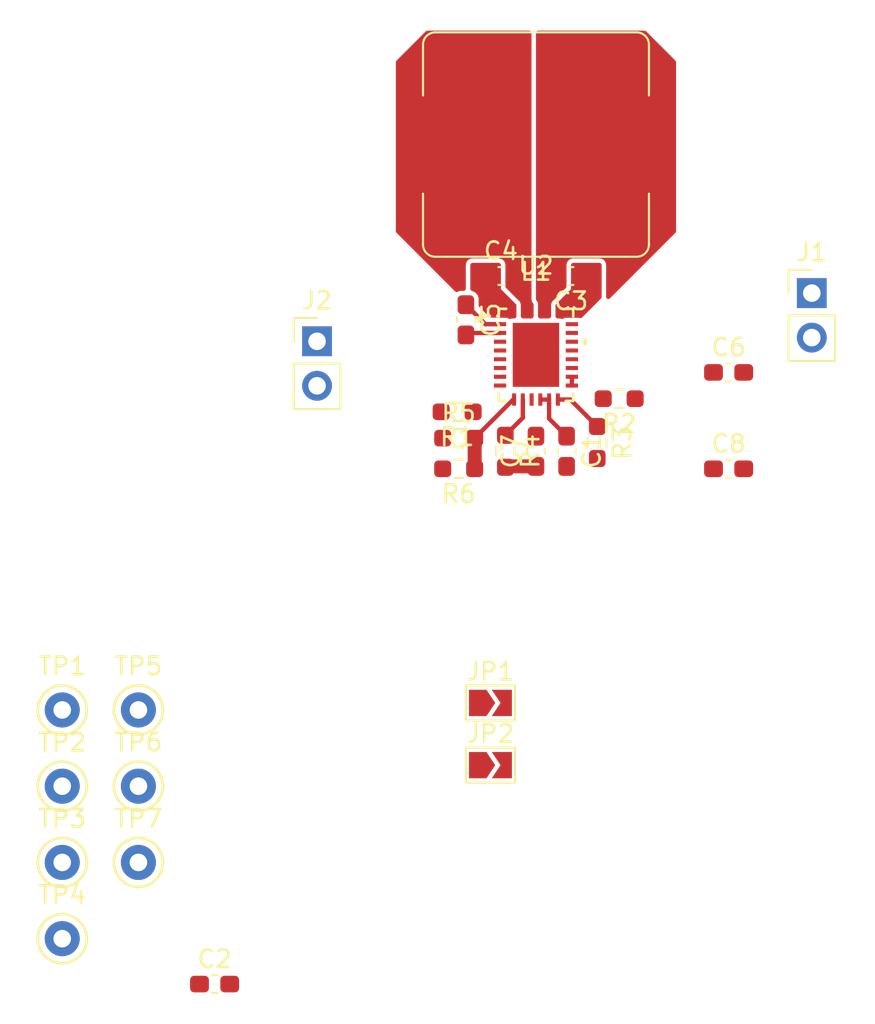
<source format=kicad_pcb>
(kicad_pcb (version 20221018) (generator pcbnew)
  (layers (0 "F.Cu" signal) (31 "B.Cu" signal) (34 "B.Paste" user) (35 "F.Paste" user) (36 "B.SilkS" user "B.Silkscreen") (37 "F.SilkS" user "F.Silkscreen") (38 "B.Mask" user) (39 "F.Mask" user) (44 "Edge.Cuts" user))
  (net 0 "")
  (net 1 "Net-(U2-MPCC)")
  (net 2 "GND")
  (net 3 "Net-(U2-EN{slash}UVLO)")
  (net 4 "Net-(U2-BST1)")
  (net 5 "Net-(C3-Pad2)")
  (net 6 "Net-(U2-BST2)")
  (net 7 "Net-(C4-Pad2)")
  (net 8 "Net-(U2-BST3)")
  (net 9 "Net-(J1-Pin_1)")
  (net 10 "Net-(C7-Pad1)")
  (net 11 "+BATT")
  (net 12 "+3V3")
  (net 13 "Net-(JP1-B)")
  (net 14 "Net-(U2-PROG)")
  (net 15 "Net-(U2-RT)")
  (net 16 "Net-(U2-VC)")
  (net 17 "Net-(U2-FB)")
  (net 18 "Net-(U2-PGOOD)")
  (footprint "TestPoint:TestPoint_Keystone_5000-5004_Miniature" (layer "F.Cu") (at 119.8 96.61)
    (fp_text reference "TP6" (at 0 -2.5) (layer "F.SilkS"))
    (fp_text value "TestPoint")
    (fp_circle (center 0 0) (end 1.4 0) (stroke (width 0.15)) (fill none) (layer "F.SilkS"))
    (pad "1" thru_hole circle (at 0 0) (size 2 2) (drill 1) (layers "*.Cu" "*.Mask") (net 9 "Net-(J1-Pin_1)"))
  )
  (footprint "Connector_PinHeader_2.54mm:PinHeader_1x02_P2.54mm_Vertical" (layer "F.Cu") (at 130 71.225)
    (fp_text reference "J2" (at 0 -2.33) (layer "F.SilkS"))
    (fp_text value "Power Input")
    (fp_line (start -1.33 -1.33) (end 0 -1.33) (stroke (width 0.12)) (layer "F.SilkS"))
    (fp_line (start -1.33 0) (end -1.33 -1.33) (stroke (width 0.12)) (layer "F.SilkS"))
    (fp_line (start -1.33 1.27) (end -1.33 3.87) (stroke (width 0.12)) (layer "F.SilkS"))
    (fp_line (start -1.33 1.27) (end 1.33 1.27) (stroke (width 0.12)) (layer "F.SilkS"))
    (fp_line (start -1.33 3.87) (end 1.33 3.87) (stroke (width 0.12)) (layer "F.SilkS"))
    (fp_line (start 1.33 1.27) (end 1.33 3.87) (stroke (width 0.12)) (layer "F.SilkS"))
    (pad "1" thru_hole rect (at 0 0) (size 1.7 1.7) (drill 1) (layers "*.Cu" "*.Mask") (net 11 "+BATT"))
    (pad "2" thru_hole oval (at 0 2.54) (size 1.7 1.7) (drill 1) (layers "*.Cu" "*.Mask") (net 2 "GND"))
  )
  (footprint "Capacitor_SMD:C_0603_1608Metric_Pad1.08x0.95mm_HandSolder" (layer "F.Cu") (at 144.5 67.5 180)
    (fp_text reference "C3" (at 0 -1.43) (layer "F.SilkS"))
    (fp_text value "220nF")
    (fp_line (start -0.146267 -0.51) (end 0.146267 -0.51) (stroke (width 0.12)) (layer "F.SilkS"))
    (fp_line (start -0.146267 0.51) (end 0.146267 0.51) (stroke (width 0.12)) (layer "F.SilkS"))
    (pad "1" smd roundrect (at -0.8625 0 180) (size 1.075 0.95) (layers "F.Cu" "F.Paste" "F.Mask") (net 4 "Net-(U2-BST1)"))
    (pad "2" smd roundrect (at 0.8625 0 180) (size 1.075 0.95) (layers "F.Cu" "F.Paste" "F.Mask") (net 5 "Net-(C3-Pad2)"))
  )
  (footprint "Capacitor_SMD:C_0603_1608Metric_Pad1.08x0.95mm_HandSolder" (layer "F.Cu") (at 138.5 70 -90)
    (fp_text reference "C5" (at 0 -1.43 90) (layer "F.SilkS"))
    (fp_text value "22nF")
    (fp_line (start -0.146267 -0.51) (end 0.146267 -0.51) (stroke (width 0.12)) (layer "F.SilkS"))
    (fp_line (start -0.146267 0.51) (end 0.146267 0.51) (stroke (width 0.12)) (layer "F.SilkS"))
    (pad "1" smd roundrect (at -0.8625 0 270) (size 1.075 0.95) (layers "F.Cu" "F.Paste" "F.Mask") (net 8 "Net-(U2-BST3)"))
    (pad "2" smd roundrect (at 0.8625 0 270) (size 1.075 0.95) (layers "F.Cu" "F.Paste" "F.Mask") (net 9 "Net-(J1-Pin_1)"))
  )
  (footprint "TestPoint:TestPoint_Keystone_5000-5004_Miniature" (layer "F.Cu") (at 115.45 92.26)
    (fp_text reference "TP1" (at 0 -2.5) (layer "F.SilkS"))
    (fp_text value "TestPoint")
    (fp_circle (center 0 0) (end 1.4 0) (stroke (width 0.15)) (fill none) (layer "F.SilkS"))
    (pad "1" thru_hole circle (at 0 0) (size 2 2) (drill 1) (layers "*.Cu" "*.Mask") (net 18 "Net-(U2-PGOOD)"))
  )
  (footprint "Capacitor_SMD:C_0603_1608Metric_Pad1.08x0.95mm_HandSolder" (layer "F.Cu") (at 153.5 78.5)
    (fp_text reference "C8" (at 0 -1.43) (layer "F.SilkS"))
    (fp_text value "22uF")
    (fp_line (start -0.146267 -0.51) (end 0.146267 -0.51) (stroke (width 0.12)) (layer "F.SilkS"))
    (fp_line (start -0.146267 0.51) (end 0.146267 0.51) (stroke (width 0.12)) (layer "F.SilkS"))
    (pad "1" smd roundrect (at -0.8625 0) (size 1.075 0.95) (layers "F.Cu" "F.Paste" "F.Mask") (net 9 "Net-(J1-Pin_1)"))
    (pad "2" smd roundrect (at 0.8625 0) (size 1.075 0.95) (layers "F.Cu" "F.Paste" "F.Mask") (net 2 "GND"))
  )
  (footprint "TestPoint:TestPoint_Keystone_5000-5004_Miniature" (layer "F.Cu") (at 119.8 100.96)
    (fp_text reference "TP7" (at 0 -2.5) (layer "F.SilkS"))
    (fp_text value "TestPoint")
    (fp_circle (center 0 0) (end 1.4 0) (stroke (width 0.15)) (fill none) (layer "F.SilkS"))
    (pad "1" thru_hole circle (at 0 0) (size 2 2) (drill 1) (layers "*.Cu" "*.Mask") (net 13 "Net-(JP1-B)"))
  )
  (footprint "Jumper:SolderJumper-2_P1.3mm_Open_TrianglePad1.0x1.5mm" (layer "F.Cu") (at 139.9 95.41)
    (fp_text reference "JP2" (at 0 -1.8) (layer "F.SilkS"))
    (fp_text value "SolderJumper_2_Open")
    (fp_line (start -1.4 -1) (end 1.4 -1) (stroke (width 0.12)) (layer "F.SilkS"))
    (fp_line (start -1.4 1) (end -1.4 -1) (stroke (width 0.12)) (layer "F.SilkS"))
    (fp_line (start 1.4 -1) (end 1.4 1) (stroke (width 0.12)) (layer "F.SilkS"))
    (fp_line (start 1.4 1) (end -1.4 1) (stroke (width 0.12)) (layer "F.SilkS"))
    (pad "1" smd custom (at -0.725 0) (size 0.3 0.3) (layers "F.Cu" "F.Mask") (net 11 "+BATT") (options (clearance outline) (anchor rect)) (primitives (gr_poly (pts (xy 1 0) (xy 0.5 0.75) (xy -0.5 0.75) (xy -0.5 -0.75) (xy 0.5 -0.75)) (width 0) (fill yes))))
    (pad "2" smd custom (at 0.725 0) (size 0.3 0.3) (layers "F.Cu" "F.Mask") (net 13 "Net-(JP1-B)") (options (clearance outline) (anchor rect)) (primitives (gr_poly (pts (xy 0.5 0.75) (xy -0.65 0.75) (xy -0.15 0) (xy -0.65 -0.75) (xy 0.5 -0.75)) (width 0) (fill yes))))
  )
  (footprint "Resistor_SMD:R_0603_1608Metric_Pad0.98x0.95mm_HandSolder" (layer "F.Cu") (at 146 77 -90)
    (fp_text reference "R3" (at 0 -1.43 90) (layer "F.SilkS"))
    (fp_text value "75k")
    (fp_line (start -0.254724 -0.5225) (end 0.254724 -0.5225) (stroke (width 0.12)) (layer "F.SilkS"))
    (fp_line (start -0.254724 0.5225) (end 0.254724 0.5225) (stroke (width 0.12)) (layer "F.SilkS"))
    (pad "1" smd roundrect (at -0.9125 0 270) (size 0.975 0.95) (layers "F.Cu" "F.Paste" "F.Mask") (net 15 "Net-(U2-RT)"))
    (pad "2" smd roundrect (at 0.9125 0 270) (size 0.975 0.95) (layers "F.Cu" "F.Paste" "F.Mask") (net 2 "GND"))
  )
  (footprint "Capacitor_SMD:C_0603_1608Metric_Pad1.08x0.95mm_HandSolder" (layer "F.Cu") (at 153.5 73)
    (fp_text reference "C6" (at 0 -1.43) (layer "F.SilkS"))
    (fp_text value "22uF")
    (fp_line (start -0.146267 -0.51) (end 0.146267 -0.51) (stroke (width 0.12)) (layer "F.SilkS"))
    (fp_line (start -0.146267 0.51) (end 0.146267 0.51) (stroke (width 0.12)) (layer "F.SilkS"))
    (pad "1" smd roundrect (at -0.8625 0) (size 1.075 0.95) (layers "F.Cu" "F.Paste" "F.Mask") (net 9 "Net-(J1-Pin_1)"))
    (pad "2" smd roundrect (at 0.8625 0) (size 1.075 0.95) (layers "F.Cu" "F.Paste" "F.Mask") (net 2 "GND"))
  )
  (footprint "Capacitor_SMD:C_0603_1608Metric_Pad1.08x0.95mm_HandSolder" (layer "F.Cu") (at 144.25 77.5 -90)
    (fp_text reference "C1" (at 0 -1.43 90) (layer "F.SilkS"))
    (fp_text value "4.7uF")
    (fp_line (start -0.146267 -0.51) (end 0.146267 -0.51) (stroke (width 0.12)) (layer "F.SilkS"))
    (fp_line (start -0.146267 0.51) (end 0.146267 0.51) (stroke (width 0.12)) (layer "F.SilkS"))
    (pad "1" smd roundrect (at -0.8625 0 270) (size 1.075 0.95) (layers "F.Cu" "F.Paste" "F.Mask") (net 1 "Net-(U2-MPCC)"))
    (pad "2" smd roundrect (at 0.8625 0 270) (size 1.075 0.95) (layers "F.Cu" "F.Paste" "F.Mask") (net 2 "GND"))
  )
  (footprint "Resistor_SMD:R_0603_1608Metric_Pad0.98x0.95mm_HandSolder" (layer "F.Cu") (at 138.0875 76.75)
    (fp_text reference "R5" (at 0 -1.43) (layer "F.SilkS"))
    (fp_text value "154k")
    (fp_line (start -0.254724 -0.5225) (end 0.254724 -0.5225) (stroke (width 0.12)) (layer "F.SilkS"))
    (fp_line (start -0.254724 0.5225) (end 0.254724 0.5225) (stroke (width 0.12)) (layer "F.SilkS"))
    (pad "1" smd roundrect (at -0.9125 0) (size 0.975 0.95) (layers "F.Cu" "F.Paste" "F.Mask") (net 9 "Net-(J1-Pin_1)"))
    (pad "2" smd roundrect (at 0.9125 0) (size 0.975 0.95) (layers "F.Cu" "F.Paste" "F.Mask") (net 17 "Net-(U2-FB)"))
  )
  (footprint "Resistor_SMD:R_0603_1608Metric_Pad0.98x0.95mm_HandSolder" (layer "F.Cu") (at 147.25 74.5 180)
    (fp_text reference "R2" (at 0 -1.43) (layer "F.SilkS"))
    (fp_text value "5m")
    (fp_line (start -0.254724 -0.5225) (end 0.254724 -0.5225) (stroke (width 0.12)) (layer "F.SilkS"))
    (fp_line (start -0.254724 0.5225) (end 0.254724 0.5225) (stroke (width 0.12)) (layer "F.SilkS"))
    (pad "1" smd roundrect (at -0.9125 0 180) (size 0.975 0.95) (layers "F.Cu" "F.Paste" "F.Mask") (net 11 "+BATT"))
    (pad "2" smd roundrect (at 0.9125 0 180) (size 0.975 0.95) (layers "F.Cu" "F.Paste" "F.Mask") (net 3 "Net-(U2-EN{slash}UVLO)"))
  )
  (footprint "BPP_Lib:L_Bourns_SRP1265A" (layer "F.Cu") (at 142.5 60 180)
    (fp_text reference "L1" (at 0 -7.25) (layer "F.SilkS"))
    (fp_text value "3.3uH")
    (fp_line (start -6.45 -5.75) (end -6.45 -2.8) (stroke (width 0.12)) (layer "F.SilkS"))
    (fp_line (start -6.45 2.8) (end -6.45 5.7) (stroke (width 0.12)) (layer "F.SilkS"))
    (fp_line (start -5.75 -6.4) (end 5.75 -6.4) (stroke (width 0.12)) (layer "F.SilkS"))
    (fp_line (start 5.75 6.4) (end -5.75 6.4) (stroke (width 0.12)) (layer "F.SilkS"))
    (fp_line (start 6.45 -5.7) (end 6.45 -2.8) (stroke (width 0.12)) (layer "F.SilkS"))
    (fp_line (start 6.45 2.8) (end 6.45 5.7) (stroke (width 0.12)) (layer "F.SilkS"))
    (fp_arc (start -6.45 -5.7) (mid -6.244975 -6.194975) (end -5.75 -6.4) (stroke (width 0.12)) (layer "F.SilkS"))
    (fp_arc (start -5.75 6.4) (mid -6.244975 6.194975) (end -6.45 5.7) (stroke (width 0.12)) (layer "F.SilkS"))
    (fp_arc (start 5.75 -6.4) (mid 6.244975 -6.194975) (end 6.45 -5.7) (stroke (width 0.12)) (layer "F.SilkS"))
    (fp_arc (start 6.45 5.7) (mid 6.244975 6.194975) (end 5.75 6.4) (stroke (width 0.12)) (layer "F.SilkS"))
    (pad "1" smd rect (at -5.55 0 180) (size 3.1 5) (layers "F.Cu" "F.Paste" "F.Mask") (net 5 "Net-(C3-Pad2)"))
    (pad "2" smd rect (at 5.55 0 180) (size 3.1 5) (layers "F.Cu" "F.Paste" "F.Mask") (net 7 "Net-(C4-Pad2)"))
  )
  (footprint "TestPoint:TestPoint_Keystone_5000-5004_Miniature" (layer "F.Cu") (at 115.45 105.31)
    (fp_text reference "TP4" (at 0 -2.5) (layer "F.SilkS"))
    (fp_text value "TestPoint")
    (fp_circle (center 0 0) (end 1.4 0) (stroke (width 0.15)) (fill none) (layer "F.SilkS"))
    (pad "1" thru_hole circle (at 0 0) (size 2 2) (drill 1) (layers "*.Cu" "*.Mask") (net 1 "Net-(U2-MPCC)"))
  )
  (footprint "Resistor_SMD:R_0603_1608Metric_Pad0.98x0.95mm_HandSolder" (layer "F.Cu") (at 138.0875 78.5 180)
    (fp_text reference "R6" (at 0 -1.43) (layer "F.SilkS"))
    (fp_text value "154k")
    (fp_line (start -0.254724 -0.5225) (end 0.254724 -0.5225) (stroke (width 0.12)) (layer "F.SilkS"))
    (fp_line (start -0.254724 0.5225) (end 0.254724 0.5225) (stroke (width 0.12)) (layer "F.SilkS"))
    (pad "1" smd roundrect (at -0.9125 0 180) (size 0.975 0.95) (layers "F.Cu" "F.Paste" "F.Mask") (net 17 "Net-(U2-FB)"))
    (pad "2" smd roundrect (at 0.9125 0 180) (size 0.975 0.95) (layers "F.Cu" "F.Paste" "F.Mask") (net 2 "GND"))
  )
  (footprint "TestPoint:TestPoint_Keystone_5000-5004_Miniature" (layer "F.Cu") (at 119.8 92.26)
    (fp_text reference "TP5" (at 0 -2.5) (layer "F.SilkS"))
    (fp_text value "TestPoint")
    (fp_circle (center 0 0) (end 1.4 0) (stroke (width 0.15)) (fill none) (layer "F.SilkS"))
    (pad "1" thru_hole circle (at 0 0) (size 2 2) (drill 1) (layers "*.Cu" "*.Mask") (net 16 "Net-(U2-VC)"))
  )
  (footprint "TestPoint:TestPoint_Keystone_5000-5004_Miniature" (layer "F.Cu") (at 115.45 100.96)
    (fp_text reference "TP3" (at 0 -2.5) (layer "F.SilkS"))
    (fp_text value "TestPoint")
    (fp_circle (center 0 0) (end 1.4 0) (stroke (width 0.15)) (fill none) (layer "F.SilkS"))
    (pad "1" thru_hole circle (at 0 0) (size 2 2) (drill 1) (layers "*.Cu" "*.Mask") (net 3 "Net-(U2-EN{slash}UVLO)"))
  )
  (footprint "Capacitor_SMD:C_0603_1608Metric_Pad1.08x0.95mm_HandSolder" (layer "F.Cu") (at 142.5 77.5 90)
    (fp_text reference "C7" (at 0 -1.43 90) (layer "F.SilkS"))
    (fp_text value "680p")
    (fp_line (start -0.146267 -0.51) (end 0.146267 -0.51) (stroke (width 0.12)) (layer "F.SilkS"))
    (fp_line (start -0.146267 0.51) (end 0.146267 0.51) (stroke (width 0.12)) (layer "F.SilkS"))
    (pad "1" smd roundrect (at -0.8625 0 90) (size 1.075 0.95) (layers "F.Cu" "F.Paste" "F.Mask") (net 10 "Net-(C7-Pad1)"))
    (pad "2" smd roundrect (at 0.8625 0 90) (size 1.075 0.95) (layers "F.Cu" "F.Paste" "F.Mask") (net 2 "GND"))
  )
  (footprint "Capacitor_SMD:C_0603_1608Metric_Pad1.08x0.95mm_HandSolder" (layer "F.Cu") (at 124.15 107.9)
    (fp_text reference "C2" (at 0 -1.43) (layer "F.SilkS"))
    (fp_text value "10uF")
    (fp_line (start -0.146267 -0.51) (end 0.146267 -0.51) (stroke (width 0.12)) (layer "F.SilkS"))
    (fp_line (start -0.146267 0.51) (end 0.146267 0.51) (stroke (width 0.12)) (layer "F.SilkS"))
    (pad "1" smd roundrect (at -0.8625 0) (size 1.075 0.95) (layers "F.Cu" "F.Paste" "F.Mask") (net 3 "Net-(U2-EN{slash}UVLO)"))
    (pad "2" smd roundrect (at 0.8625 0) (size 1.075 0.95) (layers "F.Cu" "F.Paste" "F.Mask") (net 2 "GND"))
  )
  (footprint "BPP_Lib:LQFN28_Rev0_ADI-M" (layer "F.Cu") (at 142.5 72)
    (fp_text reference "U2" (at 0 -5.1 unlocked) (layer "F.SilkS"))
    (fp_text value "LT3120JV-PBF")
    (fp_text user "*" (at -3.187399 -1.75) (layer "F.SilkS"))
    (fp_text user "*" (at -3.187399 -1.75 unlocked) (layer "F.SilkS"))
    (fp_line (start -2.127 -2.627) (end -2.127 -2.197739) (stroke (width 0.1524)) (layer "F.SilkS"))
    (fp_line (start -2.127 2.197739) (end -2.127 2.627) (stroke (width 0.1524)) (layer "F.SilkS"))
    (fp_line (start -2.127 2.627) (end -1.69774 2.627) (stroke (width 0.1524)) (layer "F.SilkS"))
    (fp_line (start -1.69774 -2.627) (end -2.127 -2.627) (stroke (width 0.1524)) (layer "F.SilkS"))
    (fp_line (start 1.69774 2.627) (end 2.127 2.627) (stroke (width 0.1524)) (layer "F.SilkS"))
    (fp_line (start 2.127 -2.627) (end 1.69774 -2.627) (stroke (width 0.1524)) (layer "F.SilkS"))
    (fp_line (start 2.127 -2.197739) (end 2.127 -2.627) (stroke (width 0.1524)) (layer "F.SilkS"))
    (fp_line (start 2.127 2.627) (end 2.127 2.197739) (stroke (width 0.1524)) (layer "F.SilkS"))
    (fp_poly (pts (xy 2.908 -0.940501) (xy 2.908 -0.559501) (xy 2.654 -0.559501) (xy 2.654 -0.940501)) (fill solid) (layer "F.SilkS"))
    (pad "1" smd rect (at -2.049998 -1.749999 90) (size 0.23 0.699999) (layers "F.Cu" "F.Paste" "F.Mask") (net 8 "Net-(U2-BST3)"))
    (pad "2" smd rect (at -2.049998 -1.25 90) (size 0.23 0.699999) (layers "F.Cu" "F.Paste" "F.Mask") (net 9 "Net-(J1-Pin_1)"))
    (pad "3" smd rect (at -2.049998 -0.750001 90) (size 0.23 0.699999) (layers "F.Cu" "F.Paste" "F.Mask") (net 2 "GND"))
    (pad "4" smd rect (at -2.049998 -0.25 90) (size 0.23 0.699999) (layers "F.Cu" "F.Paste" "F.Mask") (net 9 "Net-(J1-Pin_1)"))
    (pad "5" smd rect (at -2.049998 0.25 90) (size 0.23 0.699999) (layers "F.Cu" "F.Paste" "F.Mask") (net 11 "+BATT"))
    (pad "6" smd rect (at -2.049998 0.750001 90) (size 0.23 0.699999) (layers "F.Cu" "F.Paste" "F.Mask") (net 3 "Net-(U2-EN{slash}UVLO)"))
    (pad "7" smd rect (at -2.049998 1.25 90) (size 0.23 0.699999) (layers "F.Cu" "F.Paste" "F.Mask") (net 18 "Net-(U2-PGOOD)"))
    (pad "8" smd rect (at -2.049998 1.749999 90) (size 0.23 0.699999) (layers "F.Cu" "F.Paste" "F.Mask") (net 14 "Net-(U2-PROG)"))
    (pad "9" smd rect (at -1.25 2.55) (size 0.23 0.699999) (layers "F.Cu" "F.Paste" "F.Mask") (net 17 "Net-(U2-FB)"))
    (pad "10" smd rect (at -0.750001 2.55) (size 0.23 0.699999) (layers "F.Cu" "F.Paste" "F.Mask") (net 16 "Net-(U2-VC)"))
    (pad "11" smd rect (at -0.25 2.55) (size 0.23 0.699999) (layers "F.Cu" "F.Paste" "F.Mask") (net 2 "GND"))
    (pad "12" smd rect (at 0.25 2.55) (size 0.23 0.699999) (layers "F.Cu" "F.Paste" "F.Mask") (net 1 "Net-(U2-MPCC)"))
    (pad "13" smd rect (at 0.750001 2.55) (size 0.23 0.699999) (layers "F.Cu" "F.Paste" "F.Mask") (net 1 "Net-(U2-MPCC)"))
    (pad "14" smd rect (at 1.25 2.55) (size 0.23 0.699999) (layers "F.Cu" "F.Paste" "F.Mask") (net 15 "Net-(U2-RT)"))
    (pad "15" smd rect (at 2.049998 1.749999 90) (size 0.23 0.699999) (layers "F.Cu" "F.Paste" "F.Mask") (net 3 "Net-(U2-EN{slash}UVLO)"))
    (pad "16" smd rect (at 2.049998 1.25 90) (size 0.23 0.699999) (layers "F.Cu" "F.Paste" "F.Mask") (net 3 "Net-(U2-EN{slash}UVLO)"))
    (pad "17" smd rect (at 2.049998 0.750001 90) (size 0.23 0.699999) (layers "F.Cu" "F.Paste" "F.Mask") (net 13 "Net-(JP1-B)"))
    (pad "18" smd rect (at 2.049998 0.25 90) (size 0.23 0.699999) (layers "F.Cu" "F.Paste" "F.Mask") (net 2 "GND"))
    (pad "19" smd rect (at 2.049998 -0.25 90) (size 0.23 0.699999) (layers "F.Cu" "F.Paste" "F.Mask") (net 3 "Net-(U2-EN{slash}UVLO)"))
    (pad "20" smd rect (at 2.049998 -0.750001 90) (size 0.23 0.699999) (layers "F.Cu" "F.Paste" "F.Mask") (net 3 "Net-(U2-EN{slash}UVLO)"))
    (pad "21" smd rect (at 2.049998 -1.25 90) (size 0.23 0.699999) (layers "F.Cu" "F.Paste" "F.Mask") (net 3 "Net-(U2-EN{slash}UVLO)"))
    (pad "22" smd rect (at 2.049998 -1.749999 90) (size 0.23 0.699999) (layers "F.Cu" "F.Paste" "F.Mask") (net 2 "GND"))
    (pad "23" smd rect (at 1.25 -2.55) (size 0.23 0.699999) (layers "F.Cu" "F.Paste" "F.Mask") (net 4 "Net-(U2-BST1)"))
    (pad "24" smd rect (at 0.750001 -2.55) (size 0.23 0.699999) (layers "F.Cu" "F.Paste" "F.Mask") (net 5 "Net-(C3-Pad2)"))
    (pad "25" smd rect (at 0.25 -2.55) (size 0.23 0.699999) (layers "F.Cu" "F.Paste" "F.Mask") (net 5 "Net-(C3-Pad2)"))
    (pad "26" smd rect (at -0.25 -2.55) (size 0.23 0.699999) (layers "F.Cu" "F.Paste" "F.Mask") (net 7 "Net-(C4-Pad2)"))
    (pad "27" smd rect (at -0.750001 -2.55) (size 0.23 0.699999) (layers "F.Cu" "F.Paste" "F.Mask") (net 7 "Net-(C4-Pad2)"))
    (pad "28" smd rect (at -1.25 -2.55) (size 0.23 0.699999) (layers "F.Cu" "F.Paste" "F.Mask") (net 6 "Net-(U2-BST2)"))
    (pad "29" smd rect (at 0 0) (size 2.65 3.650001) (layers "F.Cu" "F.Paste" "F.Mask") (net 2 "GND"))
  )
  (footprint "Jumper:SolderJumper-2_P1.3mm_Open_TrianglePad1.0x1.5mm" (layer "F.Cu") (at 139.9 91.86)
    (fp_text reference "JP1" (at 0 -1.8) (layer "F.SilkS"))
    (fp_text value "SolderJumper_2_Open")
    (fp_line (start -1.4 -1) (end 1.4 -1) (stroke (width 0.12)) (layer "F.SilkS"))
    (fp_line (start -1.4 1) (end -1.4 -1) (stroke (width 0.12)) (layer "F.SilkS"))
    (fp_line (start 1.4 -1) (end 1.4 1) (stroke (width 0.12)) (layer "F.SilkS"))
    (fp_line (start 1.4 1) (end -1.4 1) (stroke (width 0.12)) (layer "F.SilkS"))
    (pad "1" smd custom (at -0.725 0) (size 0.3 0.3) (layers "F.Cu" "F.Mask") (net 12 "+3V3") (options (clearance outline) (anchor rect)) (primitives (gr_poly (pts (xy 1 0) (xy 0.5 0.75) (xy -0.5 0.75) (xy -0.5 -0.75) (xy 0.5 -0.75)) (width 0) (fill yes))))
    (pad "2" smd custom (at 0.725 0) (size 0.3 0.3) (layers "F.Cu" "F.Mask") (net 13 "Net-(JP1-B)") (options (clearance outline) (anchor rect)) (primitives (gr_poly (pts (xy 0.5 0.75) (xy -0.65 0.75) (xy -0.15 0) (xy -0.65 -0.75) (xy 0.5 -0.75)) (width 0) (fill yes))))
  )
  (footprint "TestPoint:TestPoint_Keystone_5000-5004_Miniature" (layer "F.Cu") (at 115.45 96.61)
    (fp_text reference "TP2" (at 0 -2.5) (layer "F.SilkS"))
    (fp_text value "TestPoint")
    (fp_circle (center 0 0) (end 1.4 0) (stroke (width 0.15)) (fill none) (layer "F.SilkS"))
    (pad "1" thru_hole circle (at 0 0) (size 2 2) (drill 1) (layers "*.Cu" "*.Mask") (net 12 "+3V3"))
  )
  (footprint "Resistor_SMD:R_0603_1608Metric_Pad0.98x0.95mm_HandSolder" (layer "F.Cu") (at 140.75 77.5 -90)
    (fp_text reference "R4" (at 0 -1.43 90) (layer "F.SilkS"))
    (fp_text value "56.2k")
    (fp_line (start -0.254724 -0.5225) (end 0.254724 -0.5225) (stroke (width 0.12)) (layer "F.SilkS"))
    (fp_line (start -0.254724 0.5225) (end 0.254724 0.5225) (stroke (width 0.12)) (layer "F.SilkS"))
    (pad "1" smd roundrect (at -0.9125 0 270) (size 0.975 0.95) (layers "F.Cu" "F.Paste" "F.Mask") (net 16 "Net-(U2-VC)"))
    (pad "2" smd roundrect (at 0.9125 0 270) (size 0.975 0.95) (layers "F.Cu" "F.Paste" "F.Mask") (net 10 "Net-(C7-Pad1)"))
  )
  (footprint "Resistor_SMD:R_0603_1608Metric_Pad0.98x0.95mm_HandSolder" (layer "F.Cu") (at 138 75.25 180)
    (fp_text reference "R1" (at 0 -1.43) (layer "F.SilkS"))
    (fp_text value "81.1k")
    (fp_line (start -0.254724 -0.5225) (end 0.254724 -0.5225) (stroke (width 0.12)) (layer "F.SilkS"))
    (fp_line (start -0.254724 0.5225) (end 0.254724 0.5225) (stroke (width 0.12)) (layer "F.SilkS"))
    (pad "1" smd roundrect (at -0.9125 0 180) (size 0.975 0.95) (layers "F.Cu" "F.Paste" "F.Mask") (net 14 "Net-(U2-PROG)"))
    (pad "2" smd roundrect (at 0.9125 0 180) (size 0.975 0.95) (layers "F.Cu" "F.Paste" "F.Mask") (net 2 "GND"))
  )
  (footprint "Connector_PinHeader_2.54mm:PinHeader_1x02_P2.54mm_Vertical" (layer "F.Cu") (at 158.25 68.475)
    (fp_text reference "J1" (at 0 -2.33) (layer "F.SilkS"))
    (fp_text value "Nichrome")
    (fp_line (start -1.33 -1.33) (end 0 -1.33) (stroke (width 0.12)) (layer "F.SilkS"))
    (fp_line (start -1.33 0) (end -1.33 -1.33) (stroke (width 0.12)) (layer "F.SilkS"))
    (fp_line (start -1.33 1.27) (end -1.33 3.87) (stroke (width 0.12)) (layer "F.SilkS"))
    (fp_line (start -1.33 1.27) (end 1.33 1.27) (stroke (width 0.12)) (layer "F.SilkS"))
    (fp_line (start -1.33 3.87) (end 1.33 3.87) (stroke (width 0.12)) (layer "F.SilkS"))
    (fp_line (start 1.33 1.27) (end 1.33 3.87) (stroke (width 0.12)) (layer "F.SilkS"))
    (pad "1" thru_hole rect (at 0 0) (size 1.7 1.7) (drill 1) (layers "*.Cu" "*.Mask") (net 9 "Net-(J1-Pin_1)"))
    (pad "2" thru_hole oval (at 0 2.54) (size 1.7 1.7) (drill 1) (layers "*.Cu" "*.Mask") (net 2 "GND"))
  )
  (footprint "Capacitor_SMD:C_0603_1608Metric_Pad1.08x0.95mm_HandSolder" (layer "F.Cu") (at 140.5 67.5)
    (fp_text reference "C4" (at 0 -1.43) (layer "F.SilkS"))
    (fp_text value "220nF")
    (fp_line (start -0.146267 -0.51) (end 0.146267 -0.51) (stroke (width 0.12)) (layer "F.SilkS"))
    (fp_line (start -0.146267 0.51) (end 0.146267 0.51) (stroke (width 0.12)) (layer "F.SilkS"))
    (pad "1" smd roundrect (at -0.8625 0) (size 1.075 0.95) (layers "F.Cu" "F.Paste" "F.Mask") (net 6 "Net-(U2-BST2)"))
    (pad "2" smd roundrect (at 0.8625 0) (size 1.075 0.95) (layers "F.Cu" "F.Paste" "F.Mask") (net 7 "Net-(C4-Pad2)"))
  )
  (segment (start 143.250001 74.55) (end 142.75 74.55) (width 0.25) (layer "F.Cu") (net 1))
  (segment (start 143.250001 75.637501) (end 144.25 76.6375) (width 0.25) (layer "F.Cu") (net 1))
  (segment (start 143.250001 74.55) (end 143.250001 75.637501) (width 0.25) (layer "F.Cu") (net 1))
  (segment (start 144.549998 73.749999) (end 144.549998 73.25) (width 0.25) (layer "F.Cu") (net 3))
  (segment (start 139.612501 70.250001) (end 138.5 69.1375) (width 0.25) (layer "F.Cu") (net 8))
  (segment (start 140.450002 70.250001) (end 139.612501 70.250001) (width 0.25) (layer "F.Cu") (net 8))
  (segment (start 140.450002 70.75) (end 138.6125 70.75) (width 0.25) (layer "F.Cu") (net 9))
  (segment (start 138.6125 70.75) (end 138.5 70.8625) (width 0.25) (layer "F.Cu") (net 9))
  (segment (start 142.5 78.3625) (end 140.8 78.3625) (width 0.8) (layer "F.Cu") (net 10))
  (segment (start 140.8 78.3625) (end 140.75 78.4125) (width 0.8) (layer "F.Cu") (net 10))
  (segment (start 143.75 74.55) (end 144.4625 74.55) (width 0.25) (layer "F.Cu") (net 15))
  (segment (start 144.4625 74.55) (end 146 76.0875) (width 0.25) (layer "F.Cu") (net 15))
  (segment (start 141.749999 75.587501) (end 140.75 76.5875) (width 0.25) (layer "F.Cu") (net 16))
  (segment (start 141.749999 74.55) (end 141.749999 75.587501) (width 0.25) (layer "F.Cu") (net 16))
  (segment (start 139 78.5) (end 139 76.75) (width 0.8) (layer "F.Cu") (net 17))
  (segment (start 141.2 74.55) (end 139 76.75) (width 0.25) (layer "F.Cu") (net 17))
  (segment (start 141.25 74.55) (end 141.2 74.55) (width 0.25) (layer "F.Cu") (net 17))
  (zone (net 6) (net_name "Net-(U2-BST2)") (layer "F.Cu") (priority 1) (connect_pads yes (clearance 0.25)) (min_thickness 0.25) (fill yes (thermal_gap 0.5) (thermal_bridge_width 0.5))
    (polygon (pts (xy 141.5 70) (xy 140 70) (xy 138.75 68.75) (xy 138.75 66.75) (xy 140.5 66.75) (xy 140.5 68.25) (xy 141.5 69.25)))
  )
  (zone (net 4) (net_name "Net-(U2-BST1)") (layer "F.Cu") (priority 1) (connect_pads yes (clearance 0.25)) (min_thickness 0.25) (fill yes (thermal_gap 0.5) (thermal_bridge_width 0.5))
    (polygon (pts (xy 143.5 70) (xy 145 70) (xy 146.25 68.75) (xy 146.25 66.75) (xy 144.5 66.75) (xy 144.5 68.25) (xy 143.5 69.25)))
  )
  (zone (net 7) (net_name "Net-(C4-Pad2)") (layer "F.Cu") (connect_pads yes (clearance 0.25)) (min_thickness 0.25) (fill yes (thermal_gap 0.5) (thermal_bridge_width 0.5))
    (polygon (pts (xy 142.5 70) (xy 139.5 70) (xy 134.5 65) (xy 134.5 55.25) (xy 136.25 53.5) (xy 142.5 53.5)))
  )
  (zone (net 5) (net_name "Net-(C3-Pad2)") (layer "F.Cu") (connect_pads yes (clearance 0.25)) (min_thickness 0.25) (fill yes (thermal_gap 0.5) (thermal_bridge_width 0.5))
    (polygon (pts (xy 142.5 70) (xy 145.5 70) (xy 150.5 65) (xy 150.5 55.25) (xy 148.75 53.5) (xy 142.5 53.5)))
  )
)
</source>
